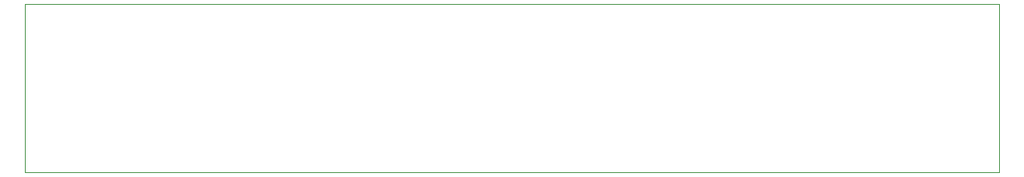
<source format=gbr>
%TF.GenerationSoftware,KiCad,Pcbnew,(5.1.10)-1*%
%TF.CreationDate,2021-07-01T22:03:52-07:00*%
%TF.ProjectId,BivalveBit_RevA,42697661-6c76-4654-9269-745f52657641,A*%
%TF.SameCoordinates,Original*%
%TF.FileFunction,Profile,NP*%
%FSLAX46Y46*%
G04 Gerber Fmt 4.6, Leading zero omitted, Abs format (unit mm)*
G04 Created by KiCad (PCBNEW (5.1.10)-1) date 2021-07-01 22:03:52*
%MOMM*%
%LPD*%
G01*
G04 APERTURE LIST*
%TA.AperFunction,Profile*%
%ADD10C,0.050000*%
%TD*%
G04 APERTURE END LIST*
D10*
X100330000Y-120650000D02*
X203073000Y-120650000D01*
X100330000Y-120650000D02*
X100330000Y-138430000D01*
X203073000Y-138430000D02*
X203073000Y-120650000D01*
X100330000Y-138430000D02*
X203073000Y-138430000D01*
M02*

</source>
